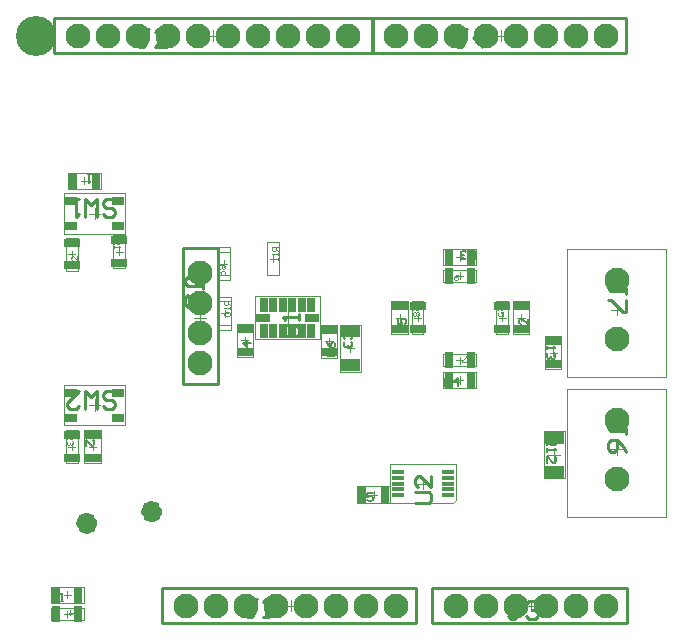
<source format=gts>
G04*
G04 #@! TF.GenerationSoftware,Altium Limited,Altium Designer,22.7.1 (60)*
G04*
G04 Layer_Color=8388736*
%FSLAX25Y25*%
%MOIN*%
G70*
G04*
G04 #@! TF.SameCoordinates,FBDB1D81-1F97-4559-A255-E9B88A778833*
G04*
G04*
G04 #@! TF.FilePolarity,Negative*
G04*
G01*
G75*
%ADD11C,0.00984*%
%ADD13C,0.00394*%
%ADD14C,0.01000*%
%ADD15C,0.00866*%
%ADD16C,0.00591*%
%ADD24C,0.03937*%
%ADD25R,0.03937X0.01595*%
%ADD26R,0.05512X0.03150*%
%ADD27R,0.04331X0.03150*%
%ADD28R,0.03150X0.05512*%
%ADD29R,0.04902X0.02559*%
%ADD30R,0.02559X0.04902*%
%ADD31R,0.06693X0.03937*%
%ADD32C,0.08268*%
%ADD33C,0.13386*%
%ADD34C,0.00394*%
D11*
X63494Y129234D02*
X75305D01*
X63494Y83880D02*
Y129234D01*
Y83880D02*
X75305D01*
Y129234D01*
X20495Y194095D02*
Y205906D01*
Y194095D02*
X126873D01*
Y205906D01*
X20495D02*
X126873D01*
X126495D02*
X211219D01*
Y194095D02*
Y205906D01*
X126495Y194095D02*
X211219D01*
X126495D02*
Y205906D01*
X146495Y4095D02*
Y15905D01*
Y4095D02*
X211534D01*
Y15905D01*
X146495D02*
X211534D01*
X56495Y4095D02*
Y15905D01*
Y4095D02*
X141219D01*
Y15905D01*
X56495D02*
X141219D01*
X75305Y83880D02*
Y129234D01*
X63494Y83880D02*
X75305D01*
X63494D02*
Y129234D01*
X75305D01*
X20495Y205906D02*
X126873D01*
Y194095D02*
Y205906D01*
X20495Y194095D02*
X126873D01*
X20495D02*
Y205906D01*
X126495Y194095D02*
Y205906D01*
Y194095D02*
X211219D01*
Y205906D01*
X126495D02*
X211219D01*
X146495Y15905D02*
X211534D01*
Y4095D02*
Y15905D01*
X146495Y4095D02*
X211534D01*
X146495D02*
Y15905D01*
X56495D02*
X141219D01*
Y4095D02*
Y15905D01*
X56495Y4095D02*
X141219D01*
X56495D02*
Y15905D01*
D13*
X75196Y120079D02*
X79133D01*
X75196Y127953D02*
X79133D01*
X75196Y120079D02*
Y127953D01*
X79133Y120079D02*
Y127953D01*
X75589Y111417D02*
X79526D01*
X75589Y103543D02*
X79526D01*
Y111417D01*
X75589Y103543D02*
Y111417D01*
X67431Y106005D02*
X71368D01*
X69399Y104037D02*
Y107974D01*
X132676Y44193D02*
Y57087D01*
X154723D01*
Y45276D02*
Y57087D01*
X153640Y44193D02*
X154723Y45276D01*
X132676Y44193D02*
X153640D01*
X143700Y48720D02*
Y52658D01*
X141731Y50689D02*
X145668D01*
X73723Y198031D02*
Y201969D01*
X71755Y200000D02*
X75692D01*
X167755D02*
X171692D01*
X169723Y198031D02*
Y201969D01*
X81495Y92913D02*
X87007D01*
Y103937D01*
X81495D02*
X87007D01*
X81495Y92913D02*
Y103937D01*
X84251Y97244D02*
Y99606D01*
X83070Y98425D02*
X85432D01*
X23900Y70079D02*
X24800D01*
X44373D01*
X23900D02*
Y83465D01*
X44373D01*
Y70079D02*
Y83465D01*
X32168Y76772D02*
X36105D01*
X34137Y74803D02*
Y78740D01*
X23900Y133993D02*
X24800D01*
X44373D01*
X23900D02*
Y147379D01*
X44373D01*
Y133993D02*
Y147379D01*
X32168Y140686D02*
X36105D01*
X34137Y138717D02*
Y142654D01*
X184251Y99803D02*
X189763D01*
X184251Y88779D02*
Y99803D01*
Y88779D02*
X189763D01*
Y99803D01*
X187007Y93110D02*
Y95472D01*
X185826Y94291D02*
X188188D01*
X191633Y82185D02*
X224704D01*
X191633Y39665D02*
Y82185D01*
Y39665D02*
X224704D01*
Y82185D01*
X208168Y60138D02*
Y64075D01*
X206200Y62106D02*
X210137D01*
X191633Y128740D02*
X224704D01*
X191633Y86221D02*
Y128740D01*
Y86221D02*
X224704D01*
Y128740D01*
X208168Y106693D02*
Y110630D01*
X206200Y108661D02*
X210137D01*
X26574Y125984D02*
Y128347D01*
X25392Y127165D02*
X27755D01*
X24605Y121653D02*
X28542D01*
Y132677D01*
X24605D02*
X28542D01*
X24605Y121653D02*
Y132677D01*
X173522Y100445D02*
X179034D01*
Y111469D01*
X173522D02*
X179034D01*
X173522Y100445D02*
Y111469D01*
X176278Y104776D02*
Y107138D01*
X175097Y105957D02*
X177459D01*
X170037Y104776D02*
Y107138D01*
X168856Y105957D02*
X171219D01*
X168069Y111469D02*
X172006D01*
X168069Y100445D02*
Y111469D01*
Y100445D02*
X172006D01*
Y111469D01*
X154723Y119960D02*
X157085D01*
X155904Y118779D02*
Y121142D01*
X150392Y117992D02*
Y121929D01*
Y117992D02*
X161416D01*
Y121929D01*
X150392D02*
X161416D01*
Y123378D02*
Y128890D01*
X150392D02*
X161416D01*
X150392Y123378D02*
Y128890D01*
Y123378D02*
X161416D01*
X154723Y126134D02*
X157085D01*
X155904Y124953D02*
Y127315D01*
X141797Y104776D02*
Y107138D01*
X140616Y105957D02*
X142979D01*
X139829Y111469D02*
X143766D01*
X139829Y100445D02*
Y111469D01*
Y100445D02*
X143766D01*
Y111469D01*
X134644Y105957D02*
X137007D01*
X135826Y104776D02*
Y107138D01*
X133070Y100445D02*
Y111469D01*
X138582D01*
Y100445D02*
Y111469D01*
X133070Y100445D02*
X138582D01*
X30707Y150394D02*
Y152756D01*
X29526Y151575D02*
X31889D01*
X25196Y148819D02*
X36219D01*
X25196D02*
Y154331D01*
X36219D01*
Y148819D02*
Y154331D01*
X44290Y122441D02*
Y133465D01*
X40353Y122441D02*
X44290D01*
X40353D02*
Y133465D01*
X44290D01*
X41140Y127953D02*
X43503D01*
X42322Y126772D02*
Y129134D01*
X28542Y57480D02*
Y68504D01*
X24605Y57480D02*
X28542D01*
X24605D02*
Y68504D01*
X28542D01*
X25392Y62992D02*
X27755D01*
X26574Y61811D02*
Y64173D01*
X32282Y62992D02*
X34644D01*
X33463Y61811D02*
Y64173D01*
X36219Y57480D02*
Y68504D01*
X30707Y57480D02*
X36219D01*
X30707D02*
Y68504D01*
X36219D01*
X87628Y98830D02*
Y113190D01*
X109281D01*
Y98830D02*
Y113190D01*
X87628Y98830D02*
X109281D01*
X98454Y104037D02*
Y107974D01*
X96486Y106005D02*
X100423D01*
X111022Y98132D02*
X113385D01*
X112204Y96951D02*
Y99313D01*
X109448Y92620D02*
Y103644D01*
X114959D01*
Y92620D02*
Y103644D01*
X109448Y92620D02*
X114959D01*
X115845Y103642D02*
X122932D01*
X115845Y87894D02*
Y103642D01*
Y87894D02*
X122932D01*
Y103642D01*
X119389Y94587D02*
Y96949D01*
X118207Y95768D02*
X120570D01*
X150392Y89764D02*
X161416D01*
X150392D02*
Y93701D01*
X161416D01*
Y89764D02*
Y93701D01*
X155904Y90551D02*
Y92913D01*
X154723Y91732D02*
X157085D01*
X150392Y82433D02*
Y87945D01*
Y82433D02*
X161416D01*
Y87945D01*
X150392D02*
X161416D01*
X154723Y85189D02*
X157085D01*
X155904Y84008D02*
Y86370D01*
X127164Y45768D02*
Y48130D01*
X125983Y46949D02*
X128345D01*
X121652Y49705D02*
X132676D01*
Y44193D02*
Y49705D01*
X121652Y44193D02*
X132676D01*
X121652D02*
Y49705D01*
X183857Y68110D02*
X190944D01*
X183857Y52362D02*
Y68110D01*
Y52362D02*
X190944D01*
Y68110D01*
X187400Y58268D02*
Y62205D01*
X185432Y60236D02*
X189369D01*
X179723Y8032D02*
Y11969D01*
X177755Y10000D02*
X181692D01*
X99723Y8032D02*
Y11969D01*
X97755Y10000D02*
X101692D01*
X19487Y10827D02*
Y16339D01*
Y10827D02*
X30511D01*
Y16339D01*
X19487D02*
X30511D01*
X23818Y13583D02*
X26180D01*
X24999Y12402D02*
Y14764D01*
X19487Y5118D02*
X30511D01*
X19487D02*
Y9055D01*
X30511D01*
Y5118D02*
Y9055D01*
X24999Y5906D02*
Y8268D01*
X23818Y7087D02*
X26180D01*
X93700Y124409D02*
Y126772D01*
X92519Y125591D02*
X94881D01*
X91731Y131102D02*
X95668D01*
Y120079D02*
Y131102D01*
X91731Y120079D02*
X95668D01*
X91731D02*
Y131102D01*
X77164Y122835D02*
Y125197D01*
X75983Y124016D02*
X78345D01*
X75196Y118504D02*
X79133D01*
X75196D02*
Y129528D01*
X79133D01*
Y118504D02*
Y129528D01*
X77558Y106299D02*
Y108661D01*
X76377Y107480D02*
X78739D01*
X75589Y112992D02*
X79526D01*
Y101969D02*
Y112992D01*
X75589Y101969D02*
X79526D01*
X75589D02*
Y112992D01*
X154723Y45276D02*
Y57087D01*
X153640Y44193D02*
X154723Y45276D01*
X132676Y44193D02*
X153640D01*
X132676D02*
Y57087D01*
X154723D01*
X81495Y92913D02*
X87007D01*
X81495D02*
Y103937D01*
X87007D01*
Y92913D02*
Y103937D01*
X23900Y70079D02*
X24800D01*
X44373D01*
Y83465D01*
X23900Y70079D02*
Y83465D01*
X44373D01*
X23900Y133993D02*
X24800D01*
X44373D01*
Y147379D01*
X23900Y133993D02*
Y147379D01*
X44373D01*
X184251Y99803D02*
X189763D01*
Y88779D02*
Y99803D01*
X184251Y88779D02*
X189763D01*
X184251D02*
Y99803D01*
X191633Y82185D02*
X224704D01*
Y39665D02*
Y82185D01*
X191633Y39665D02*
X224704D01*
X191633D02*
Y82185D01*
Y128740D02*
X224704D01*
Y86221D02*
Y128740D01*
X191633Y86221D02*
X224704D01*
X191633D02*
Y128740D01*
X24605Y121653D02*
X28542D01*
Y132677D01*
X24605D02*
X28542D01*
X24605Y121653D02*
Y132677D01*
X173522Y100445D02*
X179034D01*
X173522D02*
Y111469D01*
X179034D01*
Y100445D02*
Y111469D01*
X168069D02*
X172006D01*
X168069Y100445D02*
Y111469D01*
Y100445D02*
X172006D01*
Y111469D01*
X150392Y117992D02*
Y121929D01*
Y117992D02*
X161416D01*
Y121929D01*
X150392D02*
X161416D01*
Y123378D02*
Y128890D01*
X150392Y123378D02*
X161416D01*
X150392D02*
Y128890D01*
X161416D01*
X139829Y111469D02*
X143766D01*
X139829Y100445D02*
Y111469D01*
Y100445D02*
X143766D01*
Y111469D01*
X138582Y100445D02*
Y111469D01*
X133070D02*
X138582D01*
X133070Y100445D02*
Y111469D01*
Y100445D02*
X138582D01*
X25196Y154331D02*
X36219D01*
X25196Y148819D02*
Y154331D01*
Y148819D02*
X36219D01*
Y154331D01*
X44290Y122441D02*
Y133465D01*
X40353Y122441D02*
X44290D01*
X40353D02*
Y133465D01*
X44290D01*
X28542Y57480D02*
Y68504D01*
X24605Y57480D02*
X28542D01*
X24605D02*
Y68504D01*
X28542D01*
X30707Y57480D02*
Y68504D01*
Y57480D02*
X36219D01*
Y68504D01*
X30707D02*
X36219D01*
X109281Y98830D02*
Y113190D01*
X87628D02*
X109281D01*
X87628Y98830D02*
X109281D01*
X87628D02*
Y113190D01*
X114959Y92620D02*
Y103644D01*
X109448D02*
X114959D01*
X109448Y92620D02*
Y103644D01*
Y92620D02*
X114959D01*
X115845Y103642D02*
X122932D01*
Y87894D02*
Y103642D01*
X115845Y87894D02*
X122932D01*
X115845D02*
Y103642D01*
X150392Y89764D02*
X161416D01*
X150392D02*
Y93701D01*
X161416D01*
Y89764D02*
Y93701D01*
X150392Y82433D02*
Y87945D01*
X161416D01*
Y82433D02*
Y87945D01*
X150392Y82433D02*
X161416D01*
X121652Y44193D02*
X132676D01*
Y49705D01*
X121652D02*
X132676D01*
X121652Y44193D02*
Y49705D01*
X190944Y52362D02*
Y68110D01*
X183857Y52362D02*
X190944D01*
X183857Y68110D02*
X190944D01*
X183857Y52362D02*
Y68110D01*
X19487Y10827D02*
Y16339D01*
X30511D01*
Y10827D02*
Y16339D01*
X19487Y10827D02*
X30511D01*
X19487Y5118D02*
X30511D01*
X19487D02*
Y9055D01*
X30511D01*
Y5118D02*
Y9055D01*
X28148Y123228D02*
X26180D01*
Y124212D01*
X26509Y124540D01*
X27165D01*
X27492Y124212D01*
Y123228D01*
Y123884D02*
X28148Y124540D01*
Y126508D02*
Y125196D01*
X26836Y126508D01*
X26509D01*
X26180Y126180D01*
Y125524D01*
X26509Y125196D01*
X168463Y109894D02*
X170431D01*
Y108910D01*
X170103Y108582D01*
X169447D01*
X169119Y108910D01*
Y109894D01*
Y109238D02*
X168463Y108582D01*
X170431Y106614D02*
Y107926D01*
X169447D01*
X169774Y107270D01*
Y106942D01*
X169447Y106614D01*
X168791D01*
X168463Y106942D01*
Y107598D01*
X168791Y107926D01*
X151967Y118386D02*
Y120353D01*
X152951D01*
X153279Y120026D01*
Y119370D01*
X152951Y119042D01*
X151967D01*
X152623D02*
X153279Y118386D01*
X155247Y120353D02*
X154591Y120026D01*
X153935Y119370D01*
Y118714D01*
X154263Y118386D01*
X154919D01*
X155247Y118714D01*
Y119042D01*
X154919Y119370D01*
X153935D01*
X140223Y109894D02*
X142191D01*
Y108910D01*
X141863Y108582D01*
X141207D01*
X140879Y108910D01*
Y109894D01*
Y109238D02*
X140223Y108582D01*
X141863Y107926D02*
X142191Y107598D01*
Y106942D01*
X141863Y106614D01*
X141535D01*
X141207Y106942D01*
X140879Y106614D01*
X140551D01*
X140223Y106942D01*
Y107598D01*
X140551Y107926D01*
X140879D01*
X141207Y107598D01*
X141535Y107926D01*
X141863D01*
X141207Y107598D02*
Y106942D01*
X40747Y131890D02*
X42715D01*
Y130906D01*
X42387Y130578D01*
X41731D01*
X41403Y130906D01*
Y131890D01*
Y131234D02*
X40747Y130578D01*
Y129922D02*
Y129266D01*
Y129594D01*
X42715D01*
X42387Y129922D01*
X24999Y66929D02*
X26967D01*
Y65945D01*
X26639Y65617D01*
X25983D01*
X25655Y65945D01*
Y66929D01*
Y66273D02*
X24999Y65617D01*
X26639Y64961D02*
X26967Y64633D01*
Y63977D01*
X26639Y63649D01*
X26311D01*
X25983Y63977D01*
Y64305D01*
Y63977D01*
X25655Y63649D01*
X25327D01*
X24999Y63977D01*
Y64633D01*
X25327Y64961D01*
X159841Y93307D02*
Y91339D01*
X158857D01*
X158529Y91667D01*
Y92323D01*
X158857Y92651D01*
X159841D01*
X159185D02*
X158529Y93307D01*
X157873Y91339D02*
X156562D01*
Y91667D01*
X157873Y92979D01*
Y93307D01*
X28936Y8661D02*
Y6694D01*
X27952D01*
X27624Y7022D01*
Y7677D01*
X27952Y8005D01*
X28936D01*
X28280D02*
X27624Y8661D01*
X25984D02*
Y6694D01*
X26968Y7677D01*
X25656D01*
X91731Y131102D02*
X95668D01*
Y120079D02*
Y131102D01*
X91731Y120079D02*
X95668D01*
X91731D02*
Y131102D01*
X75196Y118504D02*
X79133D01*
X75196D02*
Y129528D01*
X79133D01*
Y118504D02*
Y129528D01*
X75589Y112992D02*
X79526D01*
Y101969D02*
Y112992D01*
X75589Y101969D02*
X79526D01*
X75589D02*
Y112992D01*
X95274Y129528D02*
X93306D01*
Y128544D01*
X93634Y128216D01*
X94290D01*
X94618Y128544D01*
Y129528D01*
Y128872D02*
X95274Y128216D01*
Y127560D02*
Y126904D01*
Y127232D01*
X93306D01*
X93634Y127560D01*
X95274Y125920D02*
Y125264D01*
Y125592D01*
X93306D01*
X93634Y125920D01*
X75589Y120079D02*
X77557D01*
Y121063D01*
X77229Y121391D01*
X76573D01*
X76245Y121063D01*
Y120079D01*
Y120735D02*
X75589Y121391D01*
X75917Y122047D02*
X75589Y122375D01*
Y123030D01*
X75917Y123359D01*
X77229D01*
X77557Y123030D01*
Y122375D01*
X77229Y122047D01*
X76901D01*
X76573Y122375D01*
Y123359D01*
X79133Y111417D02*
X77165D01*
Y110433D01*
X77493Y110105D01*
X78149D01*
X78477Y110433D01*
Y111417D01*
Y110761D02*
X79133Y110105D01*
Y109450D02*
Y108793D01*
Y109122D01*
X77165D01*
X77493Y109450D01*
Y107810D02*
X77165Y107482D01*
Y106826D01*
X77493Y106498D01*
X78805D01*
X79133Y106826D01*
Y107482D01*
X78805Y107810D01*
X77493D01*
D14*
X70137Y115655D02*
Y117654D01*
Y116654D01*
X65138D01*
X64139Y117654D01*
Y118654D01*
X65138Y119653D01*
X70137Y109657D02*
Y113655D01*
X67138D01*
X68137Y111656D01*
Y110656D01*
X67138Y109657D01*
X65138D01*
X64139Y110656D01*
Y112656D01*
X65138Y113655D01*
X52147Y202077D02*
X50148D01*
X51147D01*
Y197078D01*
X50148Y196079D01*
X49148D01*
X48148Y197078D01*
X58145Y196079D02*
X54146D01*
X58145Y200077D01*
Y201077D01*
X57146Y202077D01*
X55146D01*
X54146Y201077D01*
X158147Y202077D02*
X156148D01*
X157147D01*
Y197078D01*
X156148Y196079D01*
X155148D01*
X154148Y197078D01*
X163145Y196079D02*
Y202077D01*
X160146Y199078D01*
X164145D01*
X37012Y76679D02*
X38012Y75679D01*
X40011D01*
X41011Y76679D01*
Y77678D01*
X40011Y78678D01*
X38012D01*
X37012Y79678D01*
Y80677D01*
X38012Y81677D01*
X40011D01*
X41011Y80677D01*
X35013Y75679D02*
Y81677D01*
X33013Y79678D01*
X31014Y81677D01*
Y75679D01*
X25016Y81677D02*
X29015D01*
X25016Y77678D01*
Y76679D01*
X26015Y75679D01*
X28015D01*
X29015Y76679D01*
X37012Y140593D02*
X38012Y139593D01*
X40011D01*
X41011Y140593D01*
Y141593D01*
X40011Y142592D01*
X38012D01*
X37012Y143592D01*
Y144592D01*
X38012Y145591D01*
X40011D01*
X41011Y144592D01*
X35013Y139593D02*
Y145591D01*
X33013Y143592D01*
X31014Y145591D01*
Y139593D01*
X29015Y145591D02*
X27015D01*
X28015D01*
Y139593D01*
X29015Y140593D01*
X211239Y67222D02*
Y69222D01*
Y68222D01*
X206240D01*
X205241Y69222D01*
Y70221D01*
X206240Y71221D01*
X211239Y61224D02*
X210239Y63224D01*
X208240Y65223D01*
X206240D01*
X205241Y64223D01*
Y62224D01*
X206240Y61224D01*
X207240D01*
X208240Y62224D01*
Y65223D01*
X211239Y113777D02*
Y115777D01*
Y114777D01*
X206240D01*
X205241Y115777D01*
Y116776D01*
X206240Y117776D01*
X211239Y111778D02*
Y107779D01*
X210239D01*
X206240Y111778D01*
X205241D01*
X175940Y11673D02*
X173941D01*
X174940D01*
Y6674D01*
X173941Y5675D01*
X172941D01*
X171941Y6674D01*
X177939Y10673D02*
X178939Y11673D01*
X180938D01*
X181938Y10673D01*
Y9673D01*
X180938Y8674D01*
X179938D01*
X180938D01*
X181938Y7674D01*
Y6674D01*
X180938Y5675D01*
X178939D01*
X177939Y6674D01*
X88147Y12077D02*
X86148D01*
X87147D01*
Y7078D01*
X86148Y6079D01*
X85148D01*
X84148Y7078D01*
X90146Y6079D02*
X92146D01*
X91146D01*
Y12077D01*
X90146Y11077D01*
D15*
X140867Y44075D02*
X145458D01*
X146377Y44993D01*
Y46830D01*
X145458Y47748D01*
X140867D01*
X146377Y53258D02*
Y49585D01*
X142703Y53258D01*
X141785D01*
X140867Y52340D01*
Y50503D01*
X141785Y49585D01*
X96775Y99696D02*
X101367D01*
X102285Y100615D01*
Y102451D01*
X101367Y103370D01*
X96775D01*
X102285Y105206D02*
Y107043D01*
Y106125D01*
X96775D01*
X97693Y105206D01*
D16*
X84120Y95341D02*
X83661Y94881D01*
Y93963D01*
X84120Y93504D01*
X85957D01*
X86416Y93963D01*
Y94881D01*
X85957Y95341D01*
X86416Y97636D02*
X83661D01*
X85039Y96259D01*
Y98096D01*
X184841Y99213D02*
X187596D01*
Y97835D01*
X187137Y97376D01*
X186219D01*
X185760Y97835D01*
Y99213D01*
Y98294D02*
X184841Y97376D01*
Y96458D02*
Y95539D01*
Y95998D01*
X187596D01*
X187137Y96458D01*
Y94162D02*
X187596Y93703D01*
Y92784D01*
X187137Y92325D01*
X186678D01*
X186219Y92784D01*
Y93243D01*
Y92784D01*
X185760Y92325D01*
X185301D01*
X184841Y92784D01*
Y93703D01*
X185301Y94162D01*
X175689Y101036D02*
X178444D01*
Y102413D01*
X177984Y102872D01*
X176148D01*
X175689Y102413D01*
Y101036D01*
X178444Y105627D02*
Y103791D01*
X176607Y105627D01*
X176148D01*
X175689Y105168D01*
Y104250D01*
X176148Y103791D01*
X160826Y125545D02*
Y128299D01*
X159448D01*
X158989Y127840D01*
Y126004D01*
X159448Y125545D01*
X160826D01*
X158071Y126004D02*
X157611Y125545D01*
X156693D01*
X156234Y126004D01*
Y126463D01*
X156693Y126922D01*
X157152D01*
X156693D01*
X156234Y127381D01*
Y127840D01*
X156693Y128299D01*
X157611D01*
X158071Y127840D01*
X135236Y101036D02*
X137991D01*
Y102413D01*
X137532Y102872D01*
X135695D01*
X135236Y102413D01*
Y101036D01*
Y105627D02*
Y103791D01*
X136613D01*
X136154Y104709D01*
Y105168D01*
X136613Y105627D01*
X137532D01*
X137991Y105168D01*
Y104250D01*
X137532Y103791D01*
X33792Y151444D02*
X34251Y150985D01*
X35170D01*
X35629Y151444D01*
Y153281D01*
X35170Y153740D01*
X34251D01*
X33792Y153281D01*
X32874Y153740D02*
X31955D01*
X32414D01*
Y150985D01*
X32874Y151444D01*
X33594Y66077D02*
X34053Y66536D01*
Y67454D01*
X33594Y67913D01*
X31757D01*
X31298Y67454D01*
Y66536D01*
X31757Y66077D01*
X31298Y63322D02*
Y65158D01*
X33135Y63322D01*
X33594D01*
X34053Y63781D01*
Y64699D01*
X33594Y65158D01*
X112073Y95047D02*
X111614Y94588D01*
Y93670D01*
X112073Y93211D01*
X113910D01*
X114369Y93670D01*
Y94588D01*
X113910Y95047D01*
X111614Y97802D02*
X112073Y96884D01*
X112991Y95966D01*
X113910D01*
X114369Y96425D01*
Y97343D01*
X113910Y97802D01*
X113451D01*
X112991Y97343D01*
Y95966D01*
X119519Y98852D02*
X119978Y99312D01*
Y100230D01*
X119519Y100689D01*
X117682D01*
X117223Y100230D01*
Y99312D01*
X117682Y98852D01*
X119519Y97934D02*
X119978Y97475D01*
Y96556D01*
X119519Y96097D01*
X119060D01*
X118601Y96556D01*
Y97016D01*
Y96556D01*
X118141Y96097D01*
X117682D01*
X117223Y96556D01*
Y97475D01*
X117682Y97934D01*
X150983Y85779D02*
Y83024D01*
X152360D01*
X152820Y83483D01*
Y85320D01*
X152360Y85779D01*
X150983D01*
X155116Y83024D02*
Y85779D01*
X153738Y84401D01*
X155575D01*
X124080Y47079D02*
X123620Y47539D01*
X122702D01*
X122243Y47079D01*
Y45243D01*
X122702Y44783D01*
X123620D01*
X124080Y45243D01*
X126835Y47539D02*
X124998D01*
Y46161D01*
X125916Y46620D01*
X126375D01*
X126835Y46161D01*
Y45243D01*
X126375Y44783D01*
X125457D01*
X124998Y45243D01*
X184841Y65551D02*
X187990D01*
Y63977D01*
X187465Y63452D01*
X186416D01*
X185891Y63977D01*
Y65551D01*
Y64502D02*
X184841Y63452D01*
Y62403D02*
Y61353D01*
Y61878D01*
X187990D01*
X187465Y62403D01*
X184841Y57680D02*
Y59779D01*
X186940Y57680D01*
X187465D01*
X187990Y58205D01*
Y59254D01*
X187465Y59779D01*
X20077Y14172D02*
Y11417D01*
X21455D01*
X21914Y11876D01*
Y13713D01*
X21455Y14172D01*
X20077D01*
X22832Y11417D02*
X23751D01*
X23292D01*
Y14172D01*
X22832Y13713D01*
D24*
X33071Y37402D02*
G03*
X33071Y37402I-1575J0D01*
G01*
X54724Y41339D02*
G03*
X54724Y41339I-1575J0D01*
G01*
D25*
X135432Y46752D02*
D03*
Y48720D02*
D03*
Y50689D02*
D03*
Y52658D02*
D03*
Y54626D02*
D03*
X151967Y46752D02*
D03*
Y48720D02*
D03*
Y50689D02*
D03*
Y52658D02*
D03*
Y54626D02*
D03*
D26*
X84251Y102165D02*
D03*
Y94685D02*
D03*
X187007Y90551D02*
D03*
Y98032D02*
D03*
X26574Y130905D02*
D03*
Y123425D02*
D03*
X176278Y109697D02*
D03*
Y102217D02*
D03*
X170037Y102217D02*
D03*
Y109697D02*
D03*
X141797Y102217D02*
D03*
Y109697D02*
D03*
X135826Y102217D02*
D03*
Y109697D02*
D03*
X42322Y131693D02*
D03*
Y124213D02*
D03*
X26574Y66732D02*
D03*
Y59252D02*
D03*
X33463Y66732D02*
D03*
Y59252D02*
D03*
X112204Y94392D02*
D03*
Y101872D02*
D03*
D27*
X26263Y72539D02*
D03*
Y81004D02*
D03*
X42011Y72539D02*
D03*
Y81004D02*
D03*
X26263Y136454D02*
D03*
Y144918D02*
D03*
X42011Y136454D02*
D03*
Y144918D02*
D03*
D28*
X159644Y119960D02*
D03*
X152164D02*
D03*
Y126134D02*
D03*
X159644D02*
D03*
X34448Y151575D02*
D03*
X26967D02*
D03*
X159644Y91732D02*
D03*
X152164D02*
D03*
X159644Y85189D02*
D03*
X152164D02*
D03*
X123424Y46949D02*
D03*
X130904D02*
D03*
X28739Y13583D02*
D03*
X21259D02*
D03*
X28739Y7087D02*
D03*
X21259D02*
D03*
D29*
X106712Y106005D02*
D03*
X90197D02*
D03*
D30*
X106328Y110326D02*
D03*
X103179D02*
D03*
X100029D02*
D03*
X96880D02*
D03*
X93730D02*
D03*
X106328Y101685D02*
D03*
X103179D02*
D03*
X100029D02*
D03*
X96880D02*
D03*
X93730D02*
D03*
X90580D02*
D03*
Y110326D02*
D03*
D31*
X119389Y90059D02*
D03*
Y101476D02*
D03*
X187400Y54528D02*
D03*
Y65945D02*
D03*
D32*
X69399Y91005D02*
D03*
Y101005D02*
D03*
Y111005D02*
D03*
Y121005D02*
D03*
X48723Y200000D02*
D03*
X118723D02*
D03*
X108723D02*
D03*
X98723D02*
D03*
X88723D02*
D03*
X78723D02*
D03*
X68723D02*
D03*
X58723D02*
D03*
X38723D02*
D03*
X28723D02*
D03*
X134723D02*
D03*
X144723D02*
D03*
X154723D02*
D03*
X164723D02*
D03*
X174723D02*
D03*
X184723D02*
D03*
X194723D02*
D03*
X204723D02*
D03*
X208168Y71949D02*
D03*
Y52264D02*
D03*
Y118504D02*
D03*
Y98819D02*
D03*
X204723Y10000D02*
D03*
X194723D02*
D03*
X184723D02*
D03*
X174723D02*
D03*
X164723D02*
D03*
X154723D02*
D03*
X134723D02*
D03*
X124723D02*
D03*
X114723D02*
D03*
X104723D02*
D03*
X94723D02*
D03*
X84723D02*
D03*
X74723D02*
D03*
X64723D02*
D03*
D33*
X14723Y200000D02*
D03*
D34*
X214723Y30000D02*
D03*
Y140000D02*
D03*
X9723Y10000D02*
D03*
M02*

</source>
